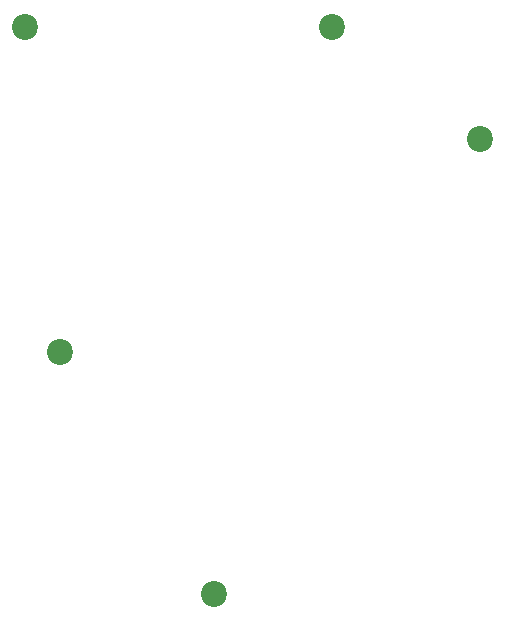
<source format=gbr>
G04 #@! TF.GenerationSoftware,KiCad,Pcbnew,8.0.4+dfsg-1*
G04 #@! TF.CreationDate,2024-08-05T10:00:30-04:00*
G04 #@! TF.ProjectId,Daughterboard,44617567-6874-4657-9262-6f6172642e6b,rev?*
G04 #@! TF.SameCoordinates,Original*
G04 #@! TF.FileFunction,Soldermask,Top*
G04 #@! TF.FilePolarity,Negative*
%FSLAX46Y46*%
G04 Gerber Fmt 4.6, Leading zero omitted, Abs format (unit mm)*
G04 Created by KiCad (PCBNEW 8.0.4+dfsg-1) date 2024-08-05 10:00:30*
%MOMM*%
%LPD*%
G01*
G04 APERTURE LIST*
%ADD10C,2.200000*%
G04 APERTURE END LIST*
D10*
X164000000Y-86000000D03*
X141000000Y-113500000D03*
X154000000Y-134000000D03*
X138000000Y-86000000D03*
X176500000Y-95500000D03*
M02*

</source>
